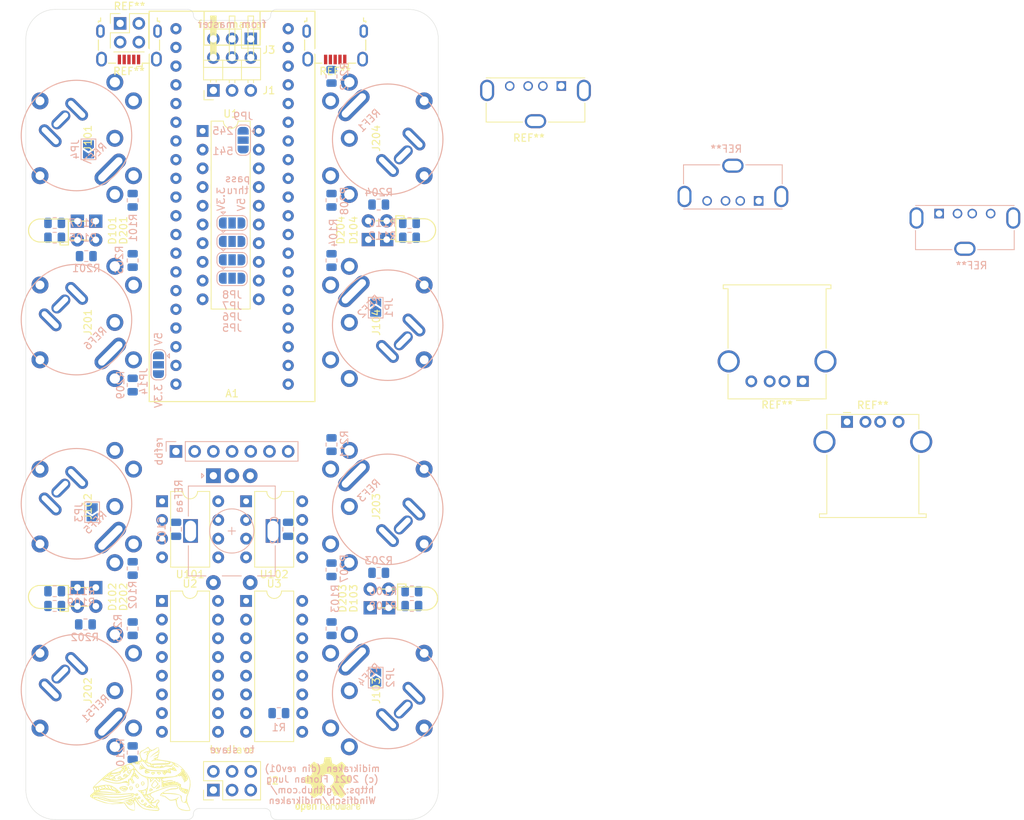
<source format=kicad_pcb>
(kicad_pcb (version 20171130) (host pcbnew 5.1.10)
  (layers (0 F.Cu signal) (31 B.Cu signal) (34 B.Paste user) (35 F.Paste user) (36 B.SilkS user) (37 F.SilkS user) (38 B.Mask user) (39 F.Mask user) (44 Edge.Cuts user))
  (net 0 "")
  (net 1 +5V)
  (net 2 GND)
  (net 3 +3V3)
  (net 4 "Net-(A1-PadPC14)")
  (net 5 "Net-(A1-PadPB5)")
  (net 6 MISO_MIDI)
  (net 7 "Net-(A1-PadPB3)")
  (net 8 "Net-(A1-PadPA10)")
  (net 9 "Net-(A1-PadPA9)")
  (net 10 "Net-(A1-PadPB15)")
  (net 11 "Net-(A1-PadPB14)")
  (net 12 "Net-(A1-PadPB13)")
  (net 13 "Net-(A1-PadPB12)")
  (net 14 VCC)
  (net 15 "Net-(D101-Pad1)")
  (net 16 "Net-(D102-Pad1)")
  (net 17 "Net-(D103-Pad1)")
  (net 18 "Net-(D104-Pad1)")
  (net 19 "Net-(D201-Pad2)")
  (net 20 out0)
  (net 21 "Net-(D202-Pad2)")
  (net 22 out1)
  (net 23 "Net-(D203-Pad2)")
  (net 24 out2)
  (net 25 "Net-(D204-Pad2)")
  (net 26 out3)
  (net 27 MIDI_MISO_CHAIN)
  (net 28 STROBE_MIDI_5)
  (net 29 SCK_MIDI_5)
  (net 30 MIDI_MOSI_CHAIN)
  (net 31 MOSI_MIDI_5)
  (net 32 "Net-(J101-Pad4)")
  (net 33 "Net-(J101-Pad5)")
  (net 34 "Net-(J102-Pad4)")
  (net 35 "Net-(J102-Pad5)")
  (net 36 "Net-(J103-Pad4)")
  (net 37 "Net-(J103-Pad5)")
  (net 38 "Net-(J104-Pad4)")
  (net 39 "Net-(J104-Pad5)")
  (net 40 "Net-(J201-Pad4)")
  (net 41 "Net-(J201-Pad5)")
  (net 42 "Net-(J202-Pad4)")
  (net 43 "Net-(J202-Pad5)")
  (net 44 "Net-(J203-Pad4)")
  (net 45 "Net-(J203-Pad5)")
  (net 46 "Net-(J204-Pad4)")
  (net 47 "Net-(J204-Pad5)")
  (net 48 in3)
  (net 49 in2)
  (net 50 in1)
  (net 51 in0)
  (net 52 "Net-(JP9-Pad2)")
  (net 53 "Net-(R101-Pad1)")
  (net 54 "Net-(R102-Pad1)")
  (net 55 "Net-(R103-Pad1)")
  (net 56 "Net-(R104-Pad1)")
  (net 57 PB9)
  (net 58 PB8)
  (net 59 PB7)
  (net 60 PB6)
  (net 61 "Net-(JP5-Pad3)")
  (net 62 "Net-(JP6-Pad3)")
  (net 63 "Net-(JP7-Pad3)")
  (net 64 "Net-(JP8-Pad3)")
  (module Connector_PinHeader_2.54mm:PinHeader_2x02_P2.54mm_Vertical (layer F.Cu) (at 26.8 6.9)
    (fp_text reference REF** (at 1.27 -2.33) (layer F.SilkS))
    (fp_text value PinHeader_2x02_P2.54mm_Vertical)
    (pad 4 thru_hole oval (at 2.54 2.54) (size 1.7 1.7) (drill 1) (layers *.Cu *.Mask))
    (pad 3 thru_hole oval (at 0 2.54) (size 1.7 1.7) (drill 1) (layers *.Cu *.Mask))
    (pad 2 thru_hole oval (at 2.54 0) (size 1.7 1.7) (drill 1) (layers *.Cu *.Mask))
    (pad 1 thru_hole rect (at 0 0) (size 1.7 1.7) (drill 1) (layers *.Cu *.Mask))
  )
  (module Connector_USB:USB_A_Molex_105057_Vertical (layer F.Cu) (at 86.7 15.4 180)
    (fp_text reference REF** (at 4.4 -7.05) (layer F.SilkS))
    (fp_text value USB_A_Molex_105057_Vertical)
    (pad 5 thru_hole oval (at 3.5 -4.78 270) (size 1.9 2.9) (drill oval 1.3 2.3) (layers *.Cu *.Mask))
    (pad 5 thru_hole oval (at 10.07 -0.6 180) (size 1.9 2.9) (drill oval 1.3 2.3) (layers *.Cu *.Mask))
    (pad 5 thru_hole oval (at -3.07 -0.6) (size 1.9 2.9) (drill oval 1.3 2.3) (layers *.Cu *.Mask))
    (pad 4 thru_hole circle (at 7 0 180) (size 1.3 1.3) (drill 0.9) (layers *.Cu *.Mask))
    (pad 3 thru_hole circle (at 4.5 0 180) (size 1.3 1.3) (drill 0.9) (layers *.Cu *.Mask))
    (pad 2 thru_hole circle (at 2.5 0 180) (size 1.3 1.3) (drill 0.9) (layers *.Cu *.Mask))
    (pad 1 thru_hole rect (at 0 0 180) (size 1.3 1.3) (drill 0.9) (layers *.Cu *.Mask))
  )
  (module Connector_USB:USB_Micro-B_Wuerth_629105150521 (layer F.Cu) (at 56 9.9 180)
    (fp_text reference REF** (at 0 -3.5) (layer F.SilkS))
    (fp_text value USB_Micro-B_Wuerth_629105150521)
    (pad 1 smd rect (at -1.3 -1.9 180) (size 0.45 1.3) (layers F.Cu F.Paste F.Mask))
    (pad 2 smd rect (at -0.65 -1.9 180) (size 0.45 1.3) (layers F.Cu F.Paste F.Mask))
    (pad 3 smd rect (at 0 -1.9 180) (size 0.45 1.3) (layers F.Cu F.Paste F.Mask))
    (pad 4 smd rect (at 0.65 -1.9 180) (size 0.45 1.3) (layers F.Cu F.Paste F.Mask))
    (pad 5 smd rect (at 1.3 -1.9 180) (size 0.45 1.3) (layers F.Cu F.Paste F.Mask))
    (pad 6 thru_hole oval (at -3.725 -1.85 180) (size 1.45 2) (drill oval 0.85 1.4) (layers *.Cu *.Mask))
    (pad 6 thru_hole oval (at 3.725 -1.85 180) (size 1.45 2) (drill oval 0.85 1.4) (layers *.Cu *.Mask))
    (pad 6 thru_hole oval (at -3.875 1.95 180) (size 1.15 1.8) (drill oval 0.55 1.2) (layers *.Cu *.Mask))
    (pad 6 thru_hole oval (at 3.875 1.95 180) (size 1.15 1.8) (drill oval 0.55 1.2) (layers *.Cu *.Mask))
    (pad "" np_thru_hole oval (at -2.5 -0.8 180) (size 0.8 0.8) (drill 0.8) (layers *.Cu *.Mask))
    (pad "" np_thru_hole oval (at 2.5 -0.8 180) (size 0.8 0.8) (drill 0.8) (layers *.Cu *.Mask))
  )
  (module Connector_USB:USB_Micro-B_Wuerth_629105150521 (layer F.Cu) (at 28 9.9 180)
    (fp_text reference REF** (at 0 -3.5) (layer F.SilkS))
    (fp_text value USB_Micro-B_Wuerth_629105150521)
    (pad "" np_thru_hole oval (at 2.5 -0.8 180) (size 0.8 0.8) (drill 0.8) (layers *.Cu *.Mask))
    (pad "" np_thru_hole oval (at -2.5 -0.8 180) (size 0.8 0.8) (drill 0.8) (layers *.Cu *.Mask))
    (pad 6 thru_hole oval (at 3.875 1.95 180) (size 1.15 1.8) (drill oval 0.55 1.2) (layers *.Cu *.Mask))
    (pad 6 thru_hole oval (at -3.875 1.95 180) (size 1.15 1.8) (drill oval 0.55 1.2) (layers *.Cu *.Mask))
    (pad 6 thru_hole oval (at 3.725 -1.85 180) (size 1.45 2) (drill oval 0.85 1.4) (layers *.Cu *.Mask))
    (pad 6 thru_hole oval (at -3.725 -1.85 180) (size 1.45 2) (drill oval 0.85 1.4) (layers *.Cu *.Mask))
    (pad 5 smd rect (at 1.3 -1.9 180) (size 0.45 1.3) (layers F.Cu F.Paste F.Mask))
    (pad 4 smd rect (at 0.65 -1.9 180) (size 0.45 1.3) (layers F.Cu F.Paste F.Mask))
    (pad 3 smd rect (at 0 -1.9 180) (size 0.45 1.3) (layers F.Cu F.Paste F.Mask))
    (pad 2 smd rect (at -0.65 -1.9 180) (size 0.45 1.3) (layers F.Cu F.Paste F.Mask))
    (pad 1 smd rect (at -1.3 -1.9 180) (size 0.45 1.3) (layers F.Cu F.Paste F.Mask))
  )
  (module Connector_USB:USB_A_Molex_105057_Vertical (layer B.Cu) (at 113.5 31 180)
    (fp_text reference REF** (at 4.4 7.05) (layer B.SilkS) (effects (justify mirror)))
    (fp_text value USB_A_Molex_105057_Vertical)
    (pad 5 thru_hole oval (at 3.5 4.78 90) (size 1.9 2.9) (drill oval 1.3 2.3) (layers *.Cu *.Mask))
    (pad 5 thru_hole oval (at 10.07 0.6 180) (size 1.9 2.9) (drill oval 1.3 2.3) (layers *.Cu *.Mask))
    (pad 5 thru_hole oval (at -3.07 0.6) (size 1.9 2.9) (drill oval 1.3 2.3) (layers *.Cu *.Mask))
    (pad 4 thru_hole circle (at 7 0 180) (size 1.3 1.3) (drill 0.9) (layers *.Cu *.Mask))
    (pad 3 thru_hole circle (at 4.5 0 180) (size 1.3 1.3) (drill 0.9) (layers *.Cu *.Mask))
    (pad 2 thru_hole circle (at 2.5 0 180) (size 1.3 1.3) (drill 0.9) (layers *.Cu *.Mask))
    (pad 1 thru_hole rect (at 0 0 180) (size 1.3 1.3) (drill 0.9) (layers *.Cu *.Mask))
  )
  (module Connector_USB:USB_A_Molex_105057_Vertical (layer B.Cu) (at 138 32.72)
    (fp_text reference REF** (at 4.4 7.05) (layer B.SilkS) (effects (justify mirror)))
    (fp_text value USB_A_Molex_105057_Vertical)
    (pad 1 thru_hole rect (at 0 0) (size 1.3 1.3) (drill 0.9) (layers *.Cu *.Mask))
    (pad 2 thru_hole circle (at 2.5 0) (size 1.3 1.3) (drill 0.9) (layers *.Cu *.Mask))
    (pad 3 thru_hole circle (at 4.5 0) (size 1.3 1.3) (drill 0.9) (layers *.Cu *.Mask))
    (pad 4 thru_hole circle (at 7 0) (size 1.3 1.3) (drill 0.9) (layers *.Cu *.Mask))
    (pad 5 thru_hole oval (at -3.07 0.6 180) (size 1.9 2.9) (drill oval 1.3 2.3) (layers *.Cu *.Mask))
    (pad 5 thru_hole oval (at 10.07 0.6) (size 1.9 2.9) (drill oval 1.3 2.3) (layers *.Cu *.Mask))
    (pad 5 thru_hole oval (at 3.5 4.78 270) (size 1.9 2.9) (drill oval 1.3 2.3) (layers *.Cu *.Mask))
  )
  (module Connector_USB:USB_A_Stewart_SS-52100-001_Horizontal (layer F.Cu) (at 125.5 61)
    (fp_text reference REF** (at 3.5 -2.26) (layer F.SilkS))
    (fp_text value USB_A_Stewart_SS-52100-001_Horizontal)
    (pad 4 thru_hole circle (at 7 0) (size 1.6 1.6) (drill 0.92) (layers *.Cu *.Mask))
    (pad 3 thru_hole circle (at 4.5 0) (size 1.6 1.6) (drill 0.92) (layers *.Cu *.Mask))
    (pad 2 thru_hole circle (at 2.5 0) (size 1.6 1.6) (drill 0.92) (layers *.Cu *.Mask))
    (pad 1 thru_hole rect (at 0 0) (size 1.6 1.6) (drill 0.92) (layers *.Cu *.Mask))
    (pad 5 thru_hole circle (at -3.07 2.71) (size 3 3) (drill 2.3) (layers *.Cu *.Mask))
    (pad 5 thru_hole circle (at 10.07 2.71) (size 3 3) (drill 2.3) (layers *.Cu *.Mask))
  )
  (module Connector_USB:USB_A_Molex_67643_Horizontal (layer F.Cu) (at 119.5 55.5 180)
    (fp_text reference REF** (at 3.5 -3.19) (layer F.SilkS))
    (fp_text value USB_A_Molex_67643_Horizontal)
    (pad 4 thru_hole circle (at 7 0 180) (size 1.6 1.6) (drill 0.95) (layers *.Cu *.Mask))
    (pad 3 thru_hole circle (at 4.5 0 180) (size 1.6 1.6) (drill 0.95) (layers *.Cu *.Mask))
    (pad 2 thru_hole circle (at 2.5 0 180) (size 1.6 1.6) (drill 0.95) (layers *.Cu *.Mask))
    (pad 1 thru_hole rect (at 0 0 180) (size 1.6 1.5) (drill 0.95) (layers *.Cu *.Mask))
    (pad 5 thru_hole circle (at 10.07 2.71 180) (size 3 3) (drill 2.3) (layers *.Cu *.Mask))
    (pad 5 thru_hole circle (at -3.07 2.71 180) (size 3 3) (drill 2.3) (layers *.Cu *.Mask))
  )
  (module footprints:din5-frickel (layer B.Cu) (at 18.75 95.25 225)
    (fp_text reference REF51 (at 0 -6.604 225) (layer B.SilkS) (effects (justify mirror)))
    (fp_text value din5-frickel)
    (pad NC thru_hole oval (at 0 -9.5 225) (size 5.25 2) (drill oval 4.25 1) (layers *.Cu *.Mask))
    (pad 4 thru_hole oval (at -2.54 -0.5 225) (size 1.524 3.75) (drill oval 0.762 3) (layers *.Cu *.Mask))
    (pad 5 thru_hole oval (at 2.54 -0.5 225) (size 1.524 3.75) (drill oval 0.762 3) (layers *.Cu *.Mask))
    (pad 2 thru_hole oval (at 0 0 315) (size 1.524 3) (drill oval 0.762 2.5) (layers *.Cu *.Mask))
  )
  (module footprints:din5-frickel (layer B.Cu) (at 18.75 45 225)
    (fp_text reference REF6 (at 0 -6.604 225) (layer B.SilkS) (effects (justify mirror)))
    (fp_text value din5-frickel)
    (pad NC thru_hole oval (at 0 -9.5 225) (size 5.25 2) (drill oval 4.25 1) (layers *.Cu *.Mask))
    (pad 4 thru_hole oval (at -2.54 -0.5 225) (size 1.524 3.75) (drill oval 0.762 3) (layers *.Cu *.Mask))
    (pad 5 thru_hole oval (at 2.54 -0.5 225) (size 1.524 3.75) (drill oval 0.762 3) (layers *.Cu *.Mask))
    (pad 2 thru_hole oval (at 0 0 315) (size 1.524 3) (drill oval 0.762 2.5) (layers *.Cu *.Mask))
  )
  (module footprints:din5-frickel (layer B.Cu) (at 18.75 70 225)
    (fp_text reference REF5 (at 0 -6.604 225) (layer B.SilkS) (effects (justify mirror)))
    (fp_text value din5-frickel)
    (pad 2 thru_hole oval (at 0 0 315) (size 1.524 3) (drill oval 0.762 2.5) (layers *.Cu *.Mask))
    (pad 5 thru_hole oval (at 2.54 -0.5 225) (size 1.524 3.75) (drill oval 0.762 3) (layers *.Cu *.Mask))
    (pad 4 thru_hole oval (at -2.54 -0.5 225) (size 1.524 3.75) (drill oval 0.762 3) (layers *.Cu *.Mask))
    (pad NC thru_hole oval (at 0 -9.5 225) (size 5.25 2) (drill oval 4.25 1) (layers *.Cu *.Mask))
  )
  (module footprints:din5-frickel (layer B.Cu) (at 18.75 20 225)
    (fp_text reference REF7 (at 0 -6.604 225) (layer B.SilkS) (effects (justify mirror)))
    (fp_text value din5-frickel)
    (pad 2 thru_hole oval (at 0 0 315) (size 1.524 3) (drill oval 0.762 2.5) (layers *.Cu *.Mask))
    (pad 5 thru_hole oval (at 2.54 -0.5 225) (size 1.524 3.75) (drill oval 0.762 3) (layers *.Cu *.Mask))
    (pad 4 thru_hole oval (at -2.54 -0.5 225) (size 1.524 3.75) (drill oval 0.762 3) (layers *.Cu *.Mask))
    (pad NC thru_hole oval (at 0 -9.5 225) (size 5.25 2) (drill oval 4.25 1) (layers *.Cu *.Mask))
  )
  (module footprints:din5-frickel (layer B.Cu) (at 65.25 100 45)
    (fp_text reference REF4 (at 0 -6.604 225) (layer B.SilkS) (effects (justify mirror)))
    (fp_text value din5-frickel)
    (pad NC thru_hole oval (at 0 -9.5 45) (size 5.25 2) (drill oval 4.25 1) (layers *.Cu *.Mask))
    (pad 4 thru_hole oval (at -2.54 -0.5 45) (size 1.524 3.75) (drill oval 0.762 3) (layers *.Cu *.Mask))
    (pad 5 thru_hole oval (at 2.54 -0.5 45) (size 1.524 3.75) (drill oval 0.762 3) (layers *.Cu *.Mask))
    (pad 2 thru_hole oval (at 0 0 135) (size 1.524 3) (drill oval 0.762 2.5) (layers *.Cu *.Mask))
  )
  (module footprints:din5-frickel (layer B.Cu) (at 65.25 75 45)
    (fp_text reference REF3 (at 0 -6.604 225) (layer B.SilkS) (effects (justify mirror)))
    (fp_text value din5-frickel)
    (pad 2 thru_hole oval (at 0 0 135) (size 1.524 3) (drill oval 0.762 2.5) (layers *.Cu *.Mask))
    (pad 5 thru_hole oval (at 2.54 -0.5 45) (size 1.524 3.75) (drill oval 0.762 3) (layers *.Cu *.Mask))
    (pad 4 thru_hole oval (at -2.54 -0.5 45) (size 1.524 3.75) (drill oval 0.762 3) (layers *.Cu *.Mask))
    (pad NC thru_hole oval (at 0 -9.5 45) (size 5.25 2) (drill oval 4.25 1) (layers *.Cu *.Mask))
  )
  (module footprints:din5-frickel (layer B.Cu) (at 65.25 50 45)
    (fp_text reference REF2 (at 0 -6.604 225) (layer B.SilkS) (effects (justify mirror)))
    (fp_text value din5-frickel)
    (pad NC thru_hole oval (at 0 -9.5 45) (size 5.25 2) (drill oval 4.25 1) (layers *.Cu *.Mask))
    (pad 4 thru_hole oval (at -2.54 -0.5 45) (size 1.524 3.75) (drill oval 0.762 3) (layers *.Cu *.Mask))
    (pad 5 thru_hole oval (at 2.54 -0.5 45) (size 1.524 3.75) (drill oval 0.762 3) (layers *.Cu *.Mask))
    (pad 2 thru_hole oval (at 0 0 135) (size 1.524 3) (drill oval 0.762 2.5) (layers *.Cu *.Mask))
  )
  (module Rotary_Encoder:RotaryEncoder_Alps_EC11E-Switch_Vertical_H20mm (layer B.Cu) (at 39.46 68.316 270)
    (fp_text reference REFaa (at 2.8 4.7 270) (layer B.SilkS) (effects (justify mirror)))
    (fp_text value RotaryEncoder_Alps_EC11E-Switch_Vertical_H20mm)
    (pad A thru_hole rect (at 0 0 270) (size 2 2) (drill 1) (layers *.Cu *.Mask))
    (pad C thru_hole circle (at 0 -2.5 270) (size 2 2) (drill 1) (layers *.Cu *.Mask))
    (pad B thru_hole circle (at 0 -5 270) (size 2 2) (drill 1) (layers *.Cu *.Mask))
    (pad MP thru_hole rect (at 7.5 3.1 270) (size 3.2 2) (drill oval 2.8 1.5) (layers *.Cu *.Mask))
    (pad MP thru_hole rect (at 7.5 -8.1 270) (size 3.2 2) (drill oval 2.8 1.5) (layers *.Cu *.Mask))
    (pad S2 thru_hole circle (at 14.5 0 270) (size 2 2) (drill 1) (layers *.Cu *.Mask))
    (pad S1 thru_hole circle (at 14.5 -5 270) (size 2 2) (drill 1) (layers *.Cu *.Mask))
  )
  (module Connector_PinHeader_2.54mm:PinHeader_1x07_P2.54mm_Vertical (layer B.Cu) (at 34.38 65.014 270)
    (fp_text reference refbb (at 0 2.33 270) (layer B.SilkS) (effects (justify mirror)))
    (fp_text value PinHeader_1x07_P2.54mm_Vertical)
    (pad 7 thru_hole oval (at 0 -15.24 270) (size 1.7 1.7) (drill 1) (layers *.Cu *.Mask))
    (pad 6 thru_hole oval (at 0 -12.7 270) (size 1.7 1.7) (drill 1) (layers *.Cu *.Mask))
    (pad 5 thru_hole oval (at 0 -10.16 270) (size 1.7 1.7) (drill 1) (layers *.Cu *.Mask))
    (pad 4 thru_hole oval (at 0 -7.62 270) (size 1.7 1.7) (drill 1) (layers *.Cu *.Mask))
    (pad 3 thru_hole oval (at 0 -5.08 270) (size 1.7 1.7) (drill 1) (layers *.Cu *.Mask))
    (pad 2 thru_hole oval (at 0 -2.54 270) (size 1.7 1.7) (drill 1) (layers *.Cu *.Mask))
    (pad 1 thru_hole rect (at 0 0 270) (size 1.7 1.7) (drill 1) (layers *.Cu *.Mask))
  )
  (module footprints:din5-frickel (layer B.Cu) (at 65.25 24.75 45)
    (fp_text reference REF1 (at 0 -6.604 225) (layer B.SilkS) (effects (justify mirror)))
    (fp_text value din5-frickel)
    (pad 2 thru_hole oval (at 0 0 135) (size 1.524 3) (drill oval 0.762 2.5) (layers *.Cu *.Mask))
    (pad 5 thru_hole oval (at 2.54 -0.5 45) (size 1.524 3.75) (drill oval 0.762 3) (layers *.Cu *.Mask))
    (pad 4 thru_hole oval (at -2.54 -0.5 45) (size 1.524 3.75) (drill oval 0.762 3) (layers *.Cu *.Mask))
    (pad NC thru_hole oval (at 0 -9.5 45) (size 5.25 2) (drill oval 4.25 1) (layers *.Cu *.Mask))
  )
  (module footprints:DIN5 (layer F.Cu) (at 63 22.5 270)
    (fp_text reference J204 (at 0 1.42 90) (layer F.SilkS))
    (fp_text value DIN-5_180degree)
    (pad "" thru_hole circle (at -5.08 -5.08 270) (size 2.3 2.3) (drill 1.2) (layers *.Cu *.Mask))
    (pad "" thru_hole circle (at 5.08 -5.08 270) (size 2.3 2.3) (drill 1.2) (layers *.Cu *.Mask))
    (pad 1 thru_hole circle (at -7.62 5.08 270) (size 2.3 2.3) (drill 1.4) (layers *.Cu *.Mask))
    (pad 4 thru_hole circle (at -5.08 7.62 270) (size 2.3 2.3) (drill 1.4) (layers *.Cu *.Mask) (net 46 "Net-(J204-Pad4)"))
    (pad 3 thru_hole circle (at 7.62 5.08 270) (size 2.3 2.3) (drill 1.4) (layers *.Cu *.Mask))
    (pad 5 thru_hole circle (at 5.08 7.62 270) (size 2.3 2.3) (drill 1.4) (layers *.Cu *.Mask) (net 47 "Net-(J204-Pad5)"))
    (pad 2 thru_hole circle (at 0 5.08 270) (size 2.3 2.3) (drill 1.4) (layers *.Cu *.Mask) (net 2 GND))
  )
  (module footprints:DIN5 (layer F.Cu) (at 63 72.5 270)
    (fp_text reference J203 (at 0 1.42 90) (layer F.SilkS))
    (fp_text value DIN-5_180degree)
    (pad "" thru_hole circle (at -5.08 -5.08 270) (size 2.3 2.3) (drill 1.2) (layers *.Cu *.Mask))
    (pad "" thru_hole circle (at 5.08 -5.08 270) (size 2.3 2.3) (drill 1.2) (layers *.Cu *.Mask))
    (pad 1 thru_hole circle (at -7.62 5.08 270) (size 2.3 2.3) (drill 1.4) (layers *.Cu *.Mask))
    (pad 4 thru_hole circle (at -5.08 7.62 270) (size 2.3 2.3) (drill 1.4) (layers *.Cu *.Mask) (net 44 "Net-(J203-Pad4)"))
    (pad 3 thru_hole circle (at 7.62 5.08 270) (size 2.3 2.3) (drill 1.4) (layers *.Cu *.Mask))
    (pad 5 thru_hole circle (at 5.08 7.62 270) (size 2.3 2.3) (drill 1.4) (layers *.Cu *.Mask) (net 45 "Net-(J203-Pad5)"))
    (pad 2 thru_hole circle (at 0 5.08 270) (size 2.3 2.3) (drill 1.4) (layers *.Cu *.Mask) (net 2 GND))
  )
  (module footprints:DIN5 (layer F.Cu) (at 21 97.5 90)
    (fp_text reference J202 (at 0 1.42 90) (layer F.SilkS))
    (fp_text value DIN-5_180degree)
    (pad "" thru_hole circle (at -5.08 -5.08 90) (size 2.3 2.3) (drill 1.2) (layers *.Cu *.Mask))
    (pad "" thru_hole circle (at 5.08 -5.08 90) (size 2.3 2.3) (drill 1.2) (layers *.Cu *.Mask))
    (pad 1 thru_hole circle (at -7.62 5.08 90) (size 2.3 2.3) (drill 1.4) (layers *.Cu *.Mask))
    (pad 4 thru_hole circle (at -5.08 7.62 90) (size 2.3 2.3) (drill 1.4) (layers *.Cu *.Mask) (net 42 "Net-(J202-Pad4)"))
    (pad 3 thru_hole circle (at 7.62 5.08 90) (size 2.3 2.3) (drill 1.4) (layers *.Cu *.Mask))
    (pad 5 thru_hole circle (at 5.08 7.62 90) (size 2.3 2.3) (drill 1.4) (layers *.Cu *.Mask) (net 43 "Net-(J202-Pad5)"))
    (pad 2 thru_hole circle (at 0 5.08 90) (size 2.3 2.3) (drill 1.4) (layers *.Cu *.Mask) (net 2 GND))
  )
  (module footprints:DIN5 (layer F.Cu) (at 21 47.5 90)
    (fp_text reference J201 (at 0 1.42 90) (layer F.SilkS))
    (fp_text value DIN-5_180degree)
    (pad "" thru_hole circle (at -5.08 -5.08 90) (size 2.3 2.3) (drill 1.2) (layers *.Cu *.Mask))
    (pad "" thru_hole circle (at 5.08 -5.08 90) (size 2.3 2.3) (drill 1.2) (layers *.Cu *.Mask))
    (pad 1 thru_hole circle (at -7.62 5.08 90) (size 2.3 2.3) (drill 1.4) (layers *.Cu *.Mask))
    (pad 4 thru_hole circle (at -5.08 7.62 90) (size 2.3 2.3) (drill 1.4) (layers *.Cu *.Mask) (net 40 "Net-(J201-Pad4)"))
    (pad 3 thru_hole circle (at 7.62 5.08 90) (size 2.3 2.3) (drill 1.4) (layers *.Cu *.Mask))
    (pad 5 thru_hole circle (at 5.08 7.62 90) (size 2.3 2.3) (drill 1.4) (layers *.Cu *.Mask) (net 41 "Net-(J201-Pad5)"))
    (pad 2 thru_hole circle (at 0 5.08 90) (size 2.3 2.3) (drill 1.4) (layers *.Cu *.Mask) (net 2 GND))
  )
  (module footprints:DIN5 (layer F.Cu) (at 63 47.5 270)
    (fp_text reference J104 (at 0 1.42 90) (layer F.SilkS))
    (fp_text value DIN-5_180degree)
    (pad "" thru_hole circle (at -5.08 -5.08 270) (size 2.3 2.3) (drill 1.2) (layers *.Cu *.Mask))
    (pad "" thru_hole circle (at 5.08 -5.08 270) (size 2.3 2.3) (drill 1.2) (layers *.Cu *.Mask))
    (pad 1 thru_hole circle (at -7.62 5.08 270) (size 2.3 2.3) (drill 1.4) (layers *.Cu *.Mask))
    (pad 4 thru_hole circle (at -5.08 7.62 270) (size 2.3 2.3) (drill 1.4) (layers *.Cu *.Mask) (net 38 "Net-(J104-Pad4)"))
    (pad 3 thru_hole circle (at 7.62 5.08 270) (size 2.3 2.3) (drill 1.4) (layers *.Cu *.Mask))
    (pad 5 thru_hole circle (at 5.08 7.62 270) (size 2.3 2.3) (drill 1.4) (layers *.Cu *.Mask) (net 39 "Net-(J104-Pad5)"))
    (pad 2 thru_hole circle (at 0 5.08 270) (size 2.3 2.3) (drill 1.4) (layers *.Cu *.Mask))
  )
  (module footprints:DIN5 (layer F.Cu) (at 63 97.5 270)
    (fp_text reference J103 (at 0 1.42 90) (layer F.SilkS))
    (fp_text value DIN-5_180degree)
    (pad "" thru_hole circle (at -5.08 -5.08 270) (size 2.3 2.3) (drill 1.2) (layers *.Cu *.Mask))
    (pad "" thru_hole circle (at 5.08 -5.08 270) (size 2.3 2.3) (drill 1.2) (layers *.Cu *.Mask))
    (pad 1 thru_hole circle (at -7.62 5.08 270) (size 2.3 2.3) (drill 1.4) (layers *.Cu *.Mask))
    (pad 4 thru_hole circle (at -5.08 7.62 270) (size 2.3 2.3) (drill 1.4) (layers *.Cu *.Mask) (net 36 "Net-(J103-Pad4)"))
    (pad 3 thru_hole circle (at 7.62 5.08 270) (size 2.3 2.3) (drill 1.4) (layers *.Cu *.Mask))
    (pad 5 thru_hole circle (at 5.08 7.62 270) (size 2.3 2.3) (drill 1.4) (layers *.Cu *.Mask) (net 37 "Net-(J103-Pad5)"))
    (pad 2 thru_hole circle (at 0 5.08 270) (size 2.3 2.3) (drill 1.4) (layers *.Cu *.Mask))
  )
  (module footprints:DIN5 (layer F.Cu) (at 21 72.5 90)
    (fp_text reference J102 (at 0 1.42 90) (layer F.SilkS))
    (fp_text value DIN-5_180degree)
    (pad "" thru_hole circle (at -5.08 -5.08 90) (size 2.3 2.3) (drill 1.2) (layers *.Cu *.Mask))
    (pad "" thru_hole circle (at 5.08 -5.08 90) (size 2.3 2.3) (drill 1.2) (layers *.Cu *.Mask))
    (pad 1 thru_hole circle (at -7.62 5.08 90) (size 2.3 2.3) (drill 1.4) (layers *.Cu *.Mask))
    (pad 4 thru_hole circle (at -5.08 7.62 90) (size 2.3 2.3) (drill 1.4) (layers *.Cu *.Mask) (net 34 "Net-(J102-Pad4)"))
    (pad 3 thru_hole circle (at 7.62 5.08 90) (size 2.3 2.3) (drill 1.4) (layers *.Cu *.Mask))
    (pad 5 thru_hole circle (at 5.08 7.62 90) (size 2.3 2.3) (drill 1.4) (layers *.Cu *.Mask) (net 35 "Net-(J102-Pad5)"))
    (pad 2 thru_hole circle (at 0 5.08 90) (size 2.3 2.3) (drill 1.4) (layers *.Cu *.Mask))
  )
  (module footprints:DIN5 (layer F.Cu) (at 21 22.5 90)
    (fp_text reference J101 (at 0 1.42 90) (layer F.SilkS))
    (fp_text value DIN-5_180degree)
    (pad "" thru_hole circle (at -5.08 -5.08 90) (size 2.3 2.3) (drill 1.2) (layers *.Cu *.Mask))
    (pad "" thru_hole circle (at 5.08 -5.08 90) (size 2.3 2.3) (drill 1.2) (layers *.Cu *.Mask))
    (pad 1 thru_hole circle (at -7.62 5.08 90) (size 2.3 2.3) (drill 1.4) (layers *.Cu *.Mask))
    (pad 4 thru_hole circle (at -5.08 7.62 90) (size 2.3 2.3) (drill 1.4) (layers *.Cu *.Mask) (net 32 "Net-(J101-Pad4)"))
    (pad 3 thru_hole circle (at 7.62 5.08 90) (size 2.3 2.3) (drill 1.4) (layers *.Cu *.Mask))
    (pad 5 thru_hole circle (at 5.08 7.62 90) (size 2.3 2.3) (drill 1.4) (layers *.Cu *.Mask) (net 33 "Net-(J101-Pad5)"))
    (pad 2 thru_hole circle (at 0 5.08 90) (size 2.3 2.3) (drill 1.4) (layers *.Cu *.Mask))
  )
  (module footprints:BLUEPILL-blackpill (layer F.Cu) (at 42 31.75)
    (fp_text reference A1 (at 0 25.4) (layer F.SilkS))
    (fp_text value BluePill)
    (pad 5V thru_hole circle (at -7.62 19.05) (size 1.524 1.524) (drill 0.762) (layers *.Cu *.Mask) (net 1 +5V))
    (pad NC thru_hole circle (at 7.62 -24.13) (size 1.524 1.524) (drill 0.762) (layers *.Cu *.Mask))
    (pad G thru_hole circle (at 7.62 -21.59) (size 1.524 1.524) (drill 0.762) (layers *.Cu *.Mask) (net 2 GND))
    (pad 3V3 thru_hole circle (at 7.62 -19.05) (size 1.524 1.524) (drill 0.762) (layers *.Cu *.Mask) (net 3 +3V3))
    (pad NRST thru_hole circle (at 7.62 -16.51) (size 1.524 1.524) (drill 0.762) (layers *.Cu *.Mask))
    (pad PB11 thru_hole circle (at 7.62 -13.97) (size 1.524 1.524) (drill 0.762) (layers *.Cu *.Mask))
    (pad PB10 thru_hole circle (at 7.62 -11.43) (size 1.524 1.524) (drill 0.762) (layers *.Cu *.Mask))
    (pad PB1 thru_hole circle (at 7.62 -8.89) (size 1.524 1.524) (drill 0.762) (layers *.Cu *.Mask))
    (pad PB0 thru_hole circle (at 7.62 -6.35) (size 1.524 1.524) (drill 0.762) (layers *.Cu *.Mask))
    (pad PA7 thru_hole circle (at 7.62 -3.81) (size 1.524 1.524) (drill 0.762) (layers *.Cu *.Mask))
    (pad PA6 thru_hole circle (at 7.62 -1.27) (size 1.524 1.524) (drill 0.762) (layers *.Cu *.Mask))
    (pad PA5 thru_hole circle (at 7.62 1.27) (size 1.524 1.524) (drill 0.762) (layers *.Cu *.Mask))
    (pad PA4 thru_hole circle (at 7.62 3.81) (size 1.524 1.524) (drill 0.762) (layers *.Cu *.Mask))
    (pad PA3 thru_hole circle (at 7.62 6.35) (size 1.524 1.524) (drill 0.762) (layers *.Cu *.Mask))
    (pad PA2 thru_hole circle (at 7.62 8.89) (size 1.524 1.524) (drill 0.762) (layers *.Cu *.Mask))
    (pad PA1 thru_hole circle (at 7.62 11.43) (size 1.524 1.524) (drill 0.762) (layers *.Cu *.Mask))
    (pad PA0 thru_hole circle (at 7.62 13.97) (size 1.524 1.524) (drill 0.762) (layers *.Cu *.Mask))
    (pad PC15 thru_hole circle (at 7.62 16.51) (size 1.524 1.524) (drill 0.762) (layers *.Cu *.Mask))
    (pad PC14 thru_hole circle (at 7.62 19.05) (size 1.524 1.524) (drill 0.762) (layers *.Cu *.Mask) (net 4 "Net-(A1-PadPC14)"))
    (pad PC13 thru_hole circle (at 7.62 21.59) (size 1.524 1.524) (drill 0.762) (layers *.Cu *.Mask))
    (pad VBAT thru_hole circle (at 7.62 24.13) (size 1.524 1.524) (drill 0.762) (layers *.Cu *.Mask))
    (pad 3V3 thru_hole circle (at -7.62 24.13) (size 1.524 1.524) (drill 0.762) (layers *.Cu *.Mask) (net 3 +3V3))
    (pad G thru_hole circle (at -7.62 21.59) (size 1.524 1.524) (drill 0.762) (layers *.Cu *.Mask) (net 2 GND))
    (pad PB9 thru_hole circle (at -7.62 16.51) (size 1.524 1.524) (drill 0.762) (layers *.Cu *.Mask) (net 57 PB9))
    (pad PB8 thru_hole circle (at -7.62 13.97) (size 1.524 1.524) (drill 0.762) (layers *.Cu *.Mask) (net 58 PB8))
    (pad PB7 thru_hole circle (at -7.62 11.43) (size 1.524 1.524) (drill 0.762) (layers *.Cu *.Mask) (net 59 PB7))
    (pad PB6 thru_hole circle (at -7.62 8.89) (size 1.524 1.524) (drill 0.762) (layers *.Cu *.Mask) (net 60 PB6))
    (pad PB5 thru_hole circle (at -7.62 6.35) (size 1.524 1.524) (drill 0.762) (layers *.Cu *.Mask) (net 5 "Net-(A1-PadPB5)"))
    (pad PB4 thru_hole circle (at -7.62 3.81) (size 1.524 1.524) (drill 0.762) (layers *.Cu *.Mask) (net 6 MISO_MIDI))
    (pad PB3 thru_hole circle (at -7.62 1.27) (size 1.524 1.524) (drill 0.762) (layers *.Cu *.Mask) (net 7 "Net-(A1-PadPB3)"))
    (pad PA15 thru_hole circle (at -7.62 -1.27) (size 1.524 1.524) (drill 0.762) (layers *.Cu *.Mask))
    (pad PA12 thru_hole circle (at -7.62 -3.81) (size 1.524 1.524) (drill 0.762) (layers *.Cu *.Mask))
    (pad PA11 thru_hole circle (at -7.62 -6.35) (size 1.524 1.524) (drill 0.762) (layers *.Cu *.Mask))
    (pad PA10 thru_hole circle (at -7.62 -8.89) (size 1.524 1.524) (drill 0.762) (layers *.Cu *.Mask) (net 8 "Net-(A1-PadPA10)"))
    (pad PA9 thru_hole circle (at -7.62 -11.43) (size 1.524 1.524) (drill 0.762) (layers *.Cu *.Mask) (net 9 "Net-(A1-PadPA9)"))
    (pad PA8 thru_hole circle (at -7.62 -13.97) (size 1.524 1.524) (drill 0.762) (layers *.Cu *.Mask))
    (pad PB15 thru_hole circle (at -7.62 -16.51) (size 1.524 1.524) (drill 0.762) (layers *.Cu *.Mask) (net 10 "Net-(A1-PadPB15)"))
    (pad PB14 thru_hole circle (at -7.62 -19.05) (size 1.524 1.524) (drill 0.762) (layers *.Cu *.Mask) (net 11 "Net-(A1-PadPB14)"))
    (pad PB13 thru_hole circle (at -7.62 -21.59) (size 1.524 1.524) (drill 0.762) (layers *.Cu *.Mask) (net 12 "Net-(A1-PadPB13)"))
    (pad PB12 thru_hole circle (at -7.62 -24.13) (size 1.524 1.524) (drill 0.762) (layers *.Cu *.Mask) (net 13 "Net-(A1-PadPB12)"))
  )
  (module LED_THT:LED_D3.0mm_Horizontal_O1.27mm_Z2.0mm (layer F.Cu) (at 63 36.25 90)
    (fp_text reference D104 (at 1.27 -4.5 90) (layer F.SilkS))
    (fp_text value LED)
    (pad 2 thru_hole circle (at 2.54 0 90) (size 1.8 1.8) (drill 0.9) (layers *.Cu *.Mask) (net 14 VCC))
    (pad 1 thru_hole rect (at 0 0 90) (size 1.8 1.8) (drill 0.9) (layers *.Cu *.Mask) (net 18 "Net-(D104-Pad1)"))
  )
  (module windfisch:windfisch_smaller (layer F.Cu) (at 29.5 109.5)
    (fp_text reference wf hide)
    (fp_text value LOGO hide)
  )
  (module Symbol:OSHW-Logo2_9.8x8mm_SilkScreen (layer F.Cu) (at 55 110.25)
    (fp_text reference oh hide)
    (fp_text value OSHW-Logo2_9.8x8mm_SilkScreen hide)
  )
  (module Jumper:SolderJumper-3_P1.3mm_Open_RoundedPad1.0x1.5mm (layer B.Cu) (at 32 53.25 270)
    (fp_text reference JP14 (at 2.25 2 90) (layer B.SilkS) (effects (justify mirror)))
    (fp_text value SolderJumper_3_Bridged12)
    (pad 2 smd rect (at 0 0 270) (size 1 1.5) (layers B.Cu B.Mask) (net 14 VCC))
    (pad 3 smd custom (at 1.3 0 270) (size 1 0.5) (layers B.Cu B.Mask) (net 3 +3V3) (options (clearance outline) (anchor rect)) (primitives (gr_circle (center 0 -0.25) (end 0.5 -0.25) (width 0)) (gr_circle (center 0 0.25) (end 0.5 0.25) (width 0)) (gr_poly (pts (xy -0.55 0.75) (xy 0 0.75) (xy 0 -0.75) (xy -0.55 -0.75)) (width 0))))
    (pad 1 smd custom (at -1.3 0 270) (size 1 0.5) (layers B.Cu B.Mask) (net 1 +5V) (options (clearance outline) (anchor rect)) (primitives (gr_circle (center 0 -0.25) (end 0.5 -0.25) (width 0)) (gr_circle (center 0 0.25) (end 0.5 0.25) (width 0)) (gr_poly (pts (xy 0.55 0.75) (xy 0 0.75) (xy 0 -0.75) (xy 0.55 -0.75)) (width 0))))
  )
  (module Jumper:SolderJumper-3_P1.3mm_Open_RoundedPad1.0x1.5mm (layer B.Cu) (at 43.5 22.75 270)
    (fp_text reference JP9 (at -3.25 0 180) (layer B.SilkS) (effects (justify mirror)))
    (fp_text value SolderJumper_3_Bridged12)
    (pad 2 smd rect (at 0 0 270) (size 1 1.5) (layers B.Cu B.Mask) (net 52 "Net-(JP9-Pad2)"))
    (pad 3 smd custom (at 1.3 0 270) (size 1 0.5) (layers B.Cu B.Mask) (net 2 GND) (options (clearance outline) (anchor rect)) (primitives (gr_circle (center 0 -0.25) (end 0.5 -0.25) (width 0)) (gr_circle (center 0 0.25) (end 0.5 0.25) (width 0)) (gr_poly (pts (xy -0.55 0.75) (xy 0 0.75) (xy 0 -0.75) (xy -0.55 -0.75)) (width 0))))
    (pad 1 smd custom (at -1.3 0 270) (size 1 0.5) (layers B.Cu B.Mask) (net 14 VCC) (options (clearance outline) (anchor rect)) (primitives (gr_circle (center 0 -0.25) (end 0.5 -0.25) (width 0)) (gr_circle (center 0 0.25) (end 0.5 0.25) (width 0)) (gr_poly (pts (xy 0.55 0.75) (xy 0 0.75) (xy 0 -0.75) (xy 0.55 -0.75)) (width 0))))
  )
  (module Connector_PinHeader_2.54mm:PinHeader_1x03_P2.54mm_Horizontal (layer F.Cu) (at 39.46 16 90)
    (fp_text reference J1 (at 0 7.54 180) (layer F.SilkS))
    (fp_text value Conn_01x03_Male)
    (pad 3 thru_hole oval (at 0 5.08 90) (size 1.7 1.7) (drill 1) (layers *.Cu *.Mask) (net 2 GND))
    (pad 2 thru_hole oval (at 0 2.54 90) (size 1.7 1.7) (drill 1) (layers *.Cu *.Mask) (net 9 "Net-(A1-PadPA9)"))
    (pad 1 thru_hole rect (at 0 0 90) (size 1.7 1.7) (drill 1) (layers *.Cu *.Mask) (net 8 "Net-(A1-PadPA10)"))
  )
  (module MountingHole:MountingHole_3.2mm_M3_DIN965 (layer F.Cu) (at 64.5 112)
    (fp_text reference hole3 hide)
    (fp_text value MountingHole_3.2mm_M3_DIN965)
    (pad 1 np_thru_hole circle (at 0 0) (size 3.2 3.2) (drill 3.2) (layers *.Cu *.Mask))
  )
  (module MountingHole:MountingHole_3.2mm_M3_DIN965 (layer F.Cu) (at 19.5 112)
    (fp_text reference hole4 hide)
    (fp_text value MountingHole_3.2mm_M3_DIN965)
    (pad 1 np_thru_hole circle (at 0 0) (size 3.2 3.2) (drill 3.2) (layers *.Cu *.Mask))
  )
  (module MountingHole:MountingHole_3.2mm_M3_DIN965 (layer F.Cu) (at 64.5 8)
    (fp_text reference hole2 hide)
    (fp_text value MountingHole_3.2mm_M3_DIN965)
    (pad 1 np_thru_hole circle (at 0 0) (size 3.2 3.2) (drill 3.2) (layers *.Cu *.Mask))
  )
  (module MountingHole:MountingHole_3.2mm_M3_DIN965 (layer F.Cu) (at 19.5 8)
    (fp_text reference hole1 hide)
    (fp_text value MountingHole_3.2mm_M3_DIN965)
    (pad 1 np_thru_hole circle (at 0 0) (size 3.2 3.2) (drill 3.2) (layers *.Cu *.Mask))
  )
  (module Jumper:SolderJumper-3_P1.3mm_Open_RoundedPad1.0x1.5mm (layer B.Cu) (at 42 34)
    (fp_text reference JP8 (at 0 9.75) (layer B.SilkS) (effects (justify mirror)))
    (fp_text value SolderJumper_3_Open)
    (pad 2 smd rect (at 0 0) (size 1 1.5) (layers B.Cu B.Mask) (net 26 out3))
    (pad 3 smd custom (at 1.3 0) (size 1 0.5) (layers B.Cu B.Mask) (net 64 "Net-(JP8-Pad3)") (options (clearance outline) (anchor rect)) (primitives (gr_circle (center 0 -0.25) (end 0.5 -0.25) (width 0)) (gr_circle (center 0 0.25) (end 0.5 0.25) (width 0)) (gr_poly (pts (xy -0.55 0.75) (xy 0 0.75) (xy 0 -0.75) (xy -0.55 -0.75)) (width 0))))
    (pad 1 smd custom (at -1.3 0) (size 1 0.5) (layers B.Cu B.Mask) (net 57 PB9) (options (clearance outline) (anchor rect)) (primitives (gr_circle (center 0 -0.25) (end 0.5 -0.25) (width 0)) (gr_circle (center 0 0.25) (end 0.5 0.25) (width 0)) (gr_poly (pts (xy 0.55 0.75) (xy 0 0.75) (xy 0 -0.75) (xy 0.55 -0.75)) (width 0))))
  )
  (module Jumper:SolderJumper-3_P1.3mm_Open_RoundedPad1.0x1.5mm (layer B.Cu) (at 42 36.5)
    (fp_text reference JP7 (at 0 8.75) (layer B.SilkS) (effects (justify mirror)))
    (fp_text value SolderJumper_3_Open)
    (pad 2 smd rect (at 0 0) (size 1 1.5) (layers B.Cu B.Mask) (net 24 out2))
    (pad 3 smd custom (at 1.3 0) (size 1 0.5) (layers B.Cu B.Mask) (net 63 "Net-(JP7-Pad3)") (options (clearance outline) (anchor rect)) (primitives (gr_circle (center 0 -0.25) (end 0.5 -0.25) (width 0)) (gr_circle (center 0 0.25) (end 0.5 0.25) (width 0)) (gr_poly (pts (xy -0.55 0.75) (xy 0 0.75) (xy 0 -0.75) (xy -0.55 -0.75)) (width 0))))
    (pad 1 smd custom (at -1.3 0) (size 1 0.5) (layers B.Cu B.Mask) (net 58 PB8) (options (clearance outline) (anchor rect)) (primitives (gr_circle (center 0 -0.25) (end 0.5 -0.25) (width 0)) (gr_circle (center 0 0.25) (end 0.5 0.25) (width 0)) (gr_poly (pts (xy 0.55 0.75) (xy 0 0.75) (xy 0 -0.75) (xy 0.55 -0.75)) (width 0))))
  )
  (module Jumper:SolderJumper-3_P1.3mm_Open_RoundedPad1.0x1.5mm (layer B.Cu) (at 42 39)
    (fp_text reference JP6 (at 0 7.75) (layer B.SilkS) (effects (justify mirror)))
    (fp_text value SolderJumper_3_Open)
    (pad 2 smd rect (at 0 0) (size 1 1.5) (layers B.Cu B.Mask) (net 22 out1))
    (pad 3 smd custom (at 1.3 0) (size 1 0.5) (layers B.Cu B.Mask) (net 62 "Net-(JP6-Pad3)") (options (clearance outline) (anchor rect)) (primitives (gr_circle (center 0 -0.25) (end 0.5 -0.25) (width 0)) (gr_circle (center 0 0.25) (end 0.5 0.25) (width 0)) (gr_poly (pts (xy -0.55 0.75) (xy 0 0.75) (xy 0 -0.75) (xy -0.55 -0.75)) (width 0))))
    (pad 1 smd custom (at -1.3 0) (size 1 0.5) (layers B.Cu B.Mask) (net 59 PB7) (options (clearance outline) (anchor rect)) (primitives (gr_circle (center 0 -0.25) (end 0.5 -0.25) (width 0)) (gr_circle (center 0 0.25) (end 0.5 0.25) (width 0)) (gr_poly (pts (xy 0.55 0.75) (xy 0 0.75) (xy 0 -0.75) (xy 0.55 -0.75)) (width 0))))
  )
  (module Jumper:SolderJumper-3_P1.3mm_Open_RoundedPad1.0x1.5mm (layer B.Cu) (at 42 41.5)
    (fp_text reference JP5 (at 0 6.75) (layer B.SilkS) (effects (justify mirror)))
    (fp_text value SolderJumper_3_Open)
    (pad 2 smd rect (at 0 0) (size 1 1.5) (layers B.Cu B.Mask) (net 20 out0))
    (pad 3 smd custom (at 1.3 0) (size 1 0.5) (layers B.Cu B.Mask) (net 61 "Net-(JP5-Pad3)") (options (clearance outline) (anchor rect)) (primitives (gr_circle (center 0 -0.25) (end 0.5 -0.25) (width 0)) (gr_circle (center 0 0.25) (end 0.5 0.25) (width 0)) (gr_poly (pts (xy -0.55 0.75) (xy 0 0.75) (xy 0 -0.75) (xy -0.55 -0.75)) (width 0))))
    (pad 1 smd custom (at -1.3 0) (size 1 0.5) (layers B.Cu B.Mask) (net 60 PB6) (options (clearance outline) (anchor rect)) (primitives (gr_circle (center 0 -0.25) (end 0.5 -0.25) (width 0)) (gr_circle (center 0 0.25) (end 0.5 0.25) (width 0)) (gr_poly (pts (xy 0.55 0.75) (xy 0 0.75) (xy 0 -0.75) (xy 0.55 -0.75)) (width 0))))
  )
  (module LED_THT:LED_D3.0mm_Horizontal_O3.81mm_Z6.0mm (layer F.Cu) (at 60.5 36.25 90)
    (fp_text reference D204 (at 1.27 -3.75 90) (layer F.SilkS))
    (fp_text value yellow)
    (pad 2 thru_hole circle (at 2.54 0 90) (size 1.8 1.8) (drill 0.9) (layers *.Cu *.Mask) (net 25 "Net-(D204-Pad2)"))
    (pad 1 thru_hole rect (at 0 0 90) (size 1.8 1.8) (drill 0.9) (layers *.Cu *.Mask) (net 26 out3))
  )
  (module LED_THT:LED_D3.0mm_Horizontal_O3.81mm_Z6.0mm (layer F.Cu) (at 60.75 86.25 90)
    (fp_text reference D203 (at 1.27 -3.75 90) (layer F.SilkS))
    (fp_text value yellow)
    (pad 2 thru_hole circle (at 2.54 0 90) (size 1.8 1.8) (drill 0.9) (layers *.Cu *.Mask) (net 23 "Net-(D203-Pad2)"))
    (pad 1 thru_hole rect (at 0 0 90) (size 1.8 1.8) (drill 0.9) (layers *.Cu *.Mask) (net 24 out2))
  )
  (module LED_THT:LED_D3.0mm_Horizontal_O3.81mm_Z6.0mm (layer F.Cu) (at 23.5 83.5 270)
    (fp_text reference D202 (at 1.27 -3.75 90) (layer F.SilkS))
    (fp_text value yellow)
    (pad 2 thru_hole circle (at 2.54 0 270) (size 1.8 1.8) (drill 0.9) (layers *.Cu *.Mask) (net 21 "Net-(D202-Pad2)"))
    (pad 1 thru_hole rect (at 0 0 270) (size 1.8 1.8) (drill 0.9) (layers *.Cu *.Mask) (net 22 out1))
  )
  (module LED_THT:LED_D3.0mm_Horizontal_O3.81mm_Z6.0mm (layer F.Cu) (at 23.5 33.75 270)
    (fp_text reference D201 (at 1.25 -3.75 90) (layer F.SilkS))
    (fp_text value yellow)
    (pad 2 thru_hole circle (at 2.54 0 270) (size 1.8 1.8) (drill 0.9) (layers *.Cu *.Mask) (net 19 "Net-(D201-Pad2)"))
    (pad 1 thru_hole rect (at 0 0 270) (size 1.8 1.8) (drill 0.9) (layers *.Cu *.Mask) (net 20 out0))
  )
  (module LED_THT:LED_D3.0mm_Horizontal_O1.27mm_Z2.0mm (layer F.Cu) (at 63.25 86.25 90)
    (fp_text reference D103 (at 1.27 -4.75 90) (layer F.SilkS))
    (fp_text value LED)
    (pad 2 thru_hole circle (at 2.54 0 90) (size 1.8 1.8) (drill 0.9) (layers *.Cu *.Mask) (net 14 VCC))
    (pad 1 thru_hole rect (at 0 0 90) (size 1.8 1.8) (drill 0.9) (layers *.Cu *.Mask) (net 17 "Net-(D103-Pad1)"))
  )
  (module LED_THT:LED_D3.0mm_Horizontal_O1.27mm_Z2.0mm (layer F.Cu) (at 21 83.5 270)
    (fp_text reference D102 (at 1.27 -4.75 90) (layer F.SilkS))
    (fp_text value LED)
    (pad 2 thru_hole circle (at 2.54 0 270) (size 1.8 1.8) (drill 0.9) (layers *.Cu *.Mask) (net 14 VCC))
    (pad 1 thru_hole rect (at 0 0 270) (size 1.8 1.8) (drill 0.9) (layers *.Cu *.Mask) (net 16 "Net-(D102-Pad1)"))
  )
  (module LED_THT:LED_D3.0mm_Horizontal_O1.27mm_Z2.0mm (layer F.Cu) (at 21 33.75 270)
    (fp_text reference D101 (at 1.27 -4.75 90) (layer F.SilkS))
    (fp_text value LED)
    (pad 2 thru_hole circle (at 2.54 0 270) (size 1.8 1.8) (drill 0.9) (layers *.Cu *.Mask) (net 14 VCC))
    (pad 1 thru_hole rect (at 0 0 270) (size 1.8 1.8) (drill 0.9) (layers *.Cu *.Mask) (net 15 "Net-(D101-Pad1)"))
  )
  (module Package_DIP:DIP-8_W7.62mm (layer F.Cu) (at 43.905 71.78)
    (fp_text reference U102 (at 3.81 9.93) (layer F.SilkS))
    (fp_text value HCPL-2630)
    (pad 8 thru_hole oval (at 7.62 0) (size 1.6 1.6) (drill 0.8) (layers *.Cu *.Mask) (net 14 VCC))
    (pad 4 thru_hole oval (at 0 7.62) (size 1.6 1.6) (drill 0.8) (layers *.Cu *.Mask) (net 56 "Net-(R104-Pad1)"))
    (pad 7 thru_hole oval (at 7.62 2.54) (size 1.6 1.6) (drill 0.8) (layers *.Cu *.Mask) (net 49 in2))
    (pad 3 thru_hole oval (at 0 5.08) (size 1.6 1.6) (drill 0.8) (layers *.Cu *.Mask) (net 39 "Net-(J104-Pad5)"))
    (pad 6 thru_hole oval (at 7.62 5.08) (size 1.6 1.6) (drill 0.8) (layers *.Cu *.Mask) (net 48 in3))
    (pad 2 thru_hole oval (at 0 2.54) (size 1.6 1.6) (drill 0.8) (layers *.Cu *.Mask) (net 37 "Net-(J103-Pad5)"))
    (pad 5 thru_hole oval (at 7.62 7.62) (size 1.6 1.6) (drill 0.8) (layers *.Cu *.Mask) (net 2 GND))
    (pad 1 thru_hole rect (at 0 0) (size 1.6 1.6) (drill 0.8) (layers *.Cu *.Mask) (net 55 "Net-(R103-Pad1)"))
  )
  (module Package_DIP:DIP-8_W7.62mm (layer F.Cu) (at 32.5 71.78)
    (fp_text reference U101 (at 3.81 9.93) (layer F.SilkS))
    (fp_text value HCPL-2630)
    (pad 8 thru_hole oval (at 7.62 0) (size 1.6 1.6) (drill 0.8) (layers *.Cu *.Mask) (net 14 VCC))
    (pad 4 thru_hole oval (at 0 7.62) (size 1.6 1.6) (drill 0.8) (layers *.Cu *.Mask) (net 54 "Net-(R102-Pad1)"))
    (pad 7 thru_hole oval (at 7.62 2.54) (size 1.6 1.6) (drill 0.8) (layers *.Cu *.Mask) (net 51 in0))
    (pad 3 thru_hole oval (at 0 5.08) (size 1.6 1.6) (drill 0.8) (layers *.Cu *.Mask) (net 35 "Net-(J102-Pad5)"))
    (pad 6 thru_hole oval (at 7.62 5.08) (size 1.6 1.6) (drill 0.8) (layers *.Cu *.Mask) (net 50 in1))
    (pad 2 thru_hole oval (at 0 2.54) (size 1.6 1.6) (drill 0.8) (layers *.Cu *.Mask) (net 33 "Net-(J101-Pad5)"))
    (pad 5 thru_hole oval (at 7.62 7.62) (size 1.6 1.6) (drill 0.8) (layers *.Cu *.Mask) (net 2 GND))
    (pad 1 thru_hole rect (at 0 0) (size 1.6 1.6) (drill 0.8) (layers *.Cu *.Mask) (net 53 "Net-(R101-Pad1)"))
  )
  (module Package_DIP:DIP-16_W7.62mm (layer F.Cu) (at 43.905 85.31)
    (fp_text reference U3 (at 3.81 -2.33) (layer F.SilkS))
    (fp_text value 74HC165)
    (pad 16 thru_hole oval (at 7.62 0) (size 1.6 1.6) (drill 0.8) (layers *.Cu *.Mask) (net 14 VCC))
    (pad 8 thru_hole oval (at 0 17.78) (size 1.6 1.6) (drill 0.8) (layers *.Cu *.Mask) (net 2 GND))
    (pad 15 thru_hole oval (at 7.62 2.54) (size 1.6 1.6) (drill 0.8) (layers *.Cu *.Mask) (net 2 GND))
    (pad 7 thru_hole oval (at 0 15.24) (size 1.6 1.6) (drill 0.8) (layers *.Cu *.Mask))
    (pad 14 thru_hole oval (at 7.62 5.08) (size 1.6 1.6) (drill 0.8) (layers *.Cu *.Mask) (net 48 in3))
    (pad 6 thru_hole oval (at 0 12.7) (size 1.6 1.6) (drill 0.8) (layers *.Cu *.Mask) (net 2 GND))
    (pad 13 thru_hole oval (at 7.62 7.62) (size 1.6 1.6) (drill 0.8) (layers *.Cu *.Mask) (net 49 in2))
    (pad 5 thru_hole oval (at 0 10.16) (size 1.6 1.6) (drill 0.8) (layers *.Cu *.Mask) (net 2 GND))
    (pad 12 thru_hole oval (at 7.62 10.16) (size 1.6 1.6) (drill 0.8) (layers *.Cu *.Mask) (net 50 in1))
    (pad 4 thru_hole oval (at 0 7.62) (size 1.6 1.6) (drill 0.8) (layers *.Cu *.Mask) (net 2 GND))
    (pad 11 thru_hole oval (at 7.62 12.7) (size 1.6 1.6) (drill 0.8) (layers *.Cu *.Mask) (net 51 in0))
    (pad 3 thru_hole oval (at 0 5.08) (size 1.6 1.6) (drill 0.8) (layers *.Cu *.Mask) (net 2 GND))
    (pad 10 thru_hole oval (at 7.62 15.24) (size 1.6 1.6) (drill 0.8) (layers *.Cu *.Mask) (net 27 MIDI_MISO_CHAIN))
    (pad 2 thru_hole oval (at 0 2.54) (size 1.6 1.6) (drill 0.8) (layers *.Cu *.Mask) (net 29 SCK_MIDI_5))
    (pad 9 thru_hole oval (at 7.62 17.78) (size 1.6 1.6) (drill 0.8) (layers *.Cu *.Mask) (net 6 MISO_MIDI))
    (pad 1 thru_hole rect (at 0 0) (size 1.6 1.6) (drill 0.8) (layers *.Cu *.Mask) (net 28 STROBE_MIDI_5))
  )
  (module Package_DIP:DIP-16_W7.62mm (layer F.Cu) (at 32.475 85.31)
    (fp_text reference U2 (at 3.81 -2.33) (layer F.SilkS))
    (fp_text value 74HC595)
    (pad 16 thru_hole oval (at 7.62 0) (size 1.6 1.6) (drill 0.8) (layers *.Cu *.Mask) (net 14 VCC))
    (pad 8 thru_hole oval (at 0 17.78) (size 1.6 1.6) (drill 0.8) (layers *.Cu *.Mask) (net 2 GND))
    (pad 15 thru_hole oval (at 7.62 2.54) (size 1.6 1.6) (drill 0.8) (layers *.Cu *.Mask) (net 20 out0))
    (pad 7 thru_hole oval (at 0 15.24) (size 1.6 1.6) (drill 0.8) (layers *.Cu *.Mask))
    (pad 14 thru_hole oval (at 7.62 5.08) (size 1.6 1.6) (drill 0.8) (layers *.Cu *.Mask) (net 31 MOSI_MIDI_5))
    (pad 6 thru_hole oval (at 0 12.7) (size 1.6 1.6) (drill 0.8) (layers *.Cu *.Mask))
    (pad 13 thru_hole oval (at 7.62 7.62) (size 1.6 1.6) (drill 0.8) (layers *.Cu *.Mask) (net 2 GND))
    (pad 5 thru_hole oval (at 0 10.16) (size 1.6 1.6) (drill 0.8) (layers *.Cu *.Mask))
    (pad 12 thru_hole oval (at 7.62 10.16) (size 1.6 1.6) (drill 0.8) (layers *.Cu *.Mask) (net 28 STROBE_MIDI_5))
    (pad 4 thru_hole oval (at 0 7.62) (size 1.6 1.6) (drill 0.8) (layers *.Cu *.Mask))
    (pad 11 thru_hole oval (at 7.62 12.7) (size 1.6 1.6) (drill 0.8) (layers *.Cu *.Mask) (net 29 SCK_MIDI_5))
    (pad 3 thru_hole oval (at 0 5.08) (size 1.6 1.6) (drill 0.8) (layers *.Cu *.Mask) (net 26 out3))
    (pad 10 thru_hole oval (at 7.62 15.24) (size 1.6 1.6) (drill 0.8) (layers *.Cu *.Mask) (net 14 VCC))
    (pad 2 thru_hole oval (at 0 2.54) (size 1.6 1.6) (drill 0.8) (layers *.Cu *.Mask) (net 24 out2))
    (pad 9 thru_hole oval (at 7.62 17.78) (size 1.6 1.6) (drill 0.8) (layers *.Cu *.Mask) (net 30 MIDI_MOSI_CHAIN))
    (pad 1 thru_hole rect (at 0 0) (size 1.6 1.6) (drill 0.8) (layers *.Cu *.Mask) (net 22 out1))
  )
  (module Package_DIP:DIP-20_W7.62mm (layer F.Cu) (at 38 21.5)
    (fp_text reference U1 (at 3.81 -2.33) (layer F.SilkS))
    (fp_text value 74HCT245)
    (pad 20 thru_hole oval (at 7.62 0) (size 1.6 1.6) (drill 0.8) (layers *.Cu *.Mask) (net 14 VCC))
    (pad 10 thru_hole oval (at 0 22.86) (size 1.6 1.6) (drill 0.8) (layers *.Cu *.Mask) (net 2 GND))
    (pad 19 thru_hole oval (at 7.62 2.54) (size 1.6 1.6) (drill 0.8) (layers *.Cu *.Mask) (net 2 GND))
    (pad 9 thru_hole oval (at 0 20.32) (size 1.6 1.6) (drill 0.8) (layers *.Cu *.Mask) (net 2 GND))
    (pad 18 thru_hole oval (at 7.62 5.08) (size 1.6 1.6) (drill 0.8) (layers *.Cu *.Mask) (net 31 MOSI_MIDI_5))
    (pad 8 thru_hole oval (at 0 17.78) (size 1.6 1.6) (drill 0.8) (layers *.Cu *.Mask) (net 60 PB6))
    (pad 17 thru_hole oval (at 7.62 7.62) (size 1.6 1.6) (drill 0.8) (layers *.Cu *.Mask) (net 29 SCK_MIDI_5))
    (pad 7 thru_hole oval (at 0 15.24) (size 1.6 1.6) (drill 0.8) (layers *.Cu *.Mask) (net 59 PB7))
    (pad 16 thru_hole oval (at 7.62 10.16) (size 1.6 1.6) (drill 0.8) (layers *.Cu *.Mask) (net 28 STROBE_MIDI_5))
    (pad 6 thru_hole oval (at 0 12.7) (size 1.6 1.6) (drill 0.8) (layers *.Cu *.Mask) (net 58 PB8))
    (pad 15 thru_hole oval (at 7.62 12.7) (size 1.6 1.6) (drill 0.8) (layers *.Cu *.Mask) (net 64 "Net-(JP8-Pad3)"))
    (pad 5 thru_hole oval (at 0 10.16) (size 1.6 1.6) (drill 0.8) (layers *.Cu *.Mask) (net 57 PB9))
    (pad 14 thru_hole oval (at 7.62 15.24) (size 1.6 1.6) (drill 0.8) (layers *.Cu *.Mask) (net 63 "Net-(JP7-Pad3)"))
    (pad 4 thru_hole oval (at 0 7.62) (size 1.6 1.6) (drill 0.8) (layers *.Cu *.Mask) (net 4 "Net-(A1-PadPC14)"))
    (pad 13 thru_hole oval (at 7.62 17.78) (size 1.6 1.6) (drill 0.8) (layers *.Cu *.Mask) (net 62 "Net-(JP6-Pad3)"))
    (pad 3 thru_hole oval (at 0 5.08) (size 1.6 1.6) (drill 0.8) (layers *.Cu *.Mask) (net 7 "Net-(A1-PadPB3)"))
    (pad 12 thru_hole oval (at 7.62 20.32) (size 1.6 1.6) (drill 0.8) (layers *.Cu *.Mask) (net 61 "Net-(JP5-Pad3)"))
    (pad 2 thru_hole oval (at 0 2.54) (size 1.6 1.6) (drill 0.8) (layers *.Cu *.Mask) (net 5 "Net-(A1-PadPB5)"))
    (pad 11 thru_hole oval (at 7.62 22.86) (size 1.6 1.6) (drill 0.8) (layers *.Cu *.Mask))
    (pad 1 thru_hole rect (at 0 0) (size 1.6 1.6) (drill 0.8) (layers *.Cu *.Mask) (net 52 "Net-(JP9-Pad2)"))
  )
  (module Resistor_SMD:R_0805_2012Metric (layer B.Cu) (at 55.5 14.0875 90)
    (fp_text reference R212 (at 0 1.75 90) (layer B.SilkS) (effects (justify mirror)))
    (fp_text value 220)
    (pad 1 smd roundrect (at -0.9125 0 90) (size 1.025 1.4) (layers B.Cu B.Paste B.Mask) (roundrect_rratio 0.243902) (net 46 "Net-(J204-Pad4)"))
    (pad 2 smd roundrect (at 0.9125 0 90) (size 1.025 1.4) (layers B.Cu B.Paste B.Mask) (roundrect_rratio 0.243902) (net 14 VCC))
  )
  (module Resistor_SMD:R_0805_2012Metric (layer B.Cu) (at 55.5 64.0875 90)
    (fp_text reference R211 (at 0 1.75 90) (layer B.SilkS) (effects (justify mirror)))
    (fp_text value 220)
    (pad 2 smd roundrect (at 0.9125 0 90) (size 1.025 1.4) (layers B.Cu B.Paste B.Mask) (roundrect_rratio 0.243902) (net 14 VCC))
    (pad 1 smd roundrect (at -0.9125 0 90) (size 1.025 1.4) (layers B.Cu B.Paste B.Mask) (roundrect_rratio 0.243902) (net 44 "Net-(J203-Pad4)"))
  )
  (module Resistor_SMD:R_0805_2012Metric (layer B.Cu) (at 28.5 105.9125 270)
    (fp_text reference R210 (at 0 1.65 90) (layer B.SilkS) (effects (justify mirror)))
    (fp_text value 220)
    (pad 2 smd roundrect (at 0.9125 0 270) (size 1.025 1.4) (layers B.Cu B.Paste B.Mask) (roundrect_rratio 0.243902) (net 14 VCC))
    (pad 1 smd roundrect (at -0.9125 0 270) (size 1.025 1.4) (layers B.Cu B.Paste B.Mask) (roundrect_rratio 0.243902) (net 42 "Net-(J202-Pad4)"))
  )
  (module Resistor_SMD:R_0805_2012Metric (layer B.Cu) (at 28.5 56 270)
    (fp_text reference R209 (at 0 1.65 90) (layer B.SilkS) (effects (justify mirror)))
    (fp_text value 220)
    (pad 2 smd roundrect (at 0.9125 0 270) (size 1.025 1.4) (layers B.Cu B.Paste B.Mask) (roundrect_rratio 0.243902) (net 14 VCC))
    (pad 1 smd roundrect (at -0.9125 0 270) (size 1.025 1.4) (layers B.Cu B.Paste B.Mask) (roundrect_rratio 0.243902) (net 40 "Net-(J201-Pad4)"))
  )
  (module Resistor_SMD:R_0805_2012Metric (layer B.Cu) (at 55.5 30.9125 270)
    (fp_text reference R208 (at 0.0875 -1.75 270) (layer B.SilkS) (effects (justify mirror)))
    (fp_text value 220)
    (pad 1 smd roundrect (at -0.9125 0 270) (size 1.025 1.4) (layers B.Cu B.Paste B.Mask) (roundrect_rratio 0.243902) (net 47 "Net-(J204-Pad5)"))
    (pad 2 smd roundrect (at 0.9125 0 270) (size 1.025 1.4) (layers B.Cu B.Paste B.Mask) (roundrect_rratio 0.243902) (net 26 out3))
  )
  (module Resistor_SMD:R_0805_2012Metric (layer B.Cu) (at 55.5 81.0875 270)
    (fp_text reference R207 (at -0.1625 -1.728 270) (layer B.SilkS) (effects (justify mirror)))
    (fp_text value 220)
    (pad 2 smd roundrect (at 0.9125 0 270) (size 1.025 1.4) (layers B.Cu B.Paste B.Mask) (roundrect_rratio 0.243902) (net 24 out2))
    (pad 1 smd roundrect (at -0.9125 0 270) (size 1.025 1.4) (layers B.Cu B.Paste B.Mask) (roundrect_rratio 0.243902) (net 45 "Net-(J203-Pad5)"))
  )
  (module Resistor_SMD:R_0805_2012Metric (layer B.Cu) (at 28.5 89.0875 90)
    (fp_text reference R206 (at 0.0875 -2 90) (layer B.SilkS) (effects (justify mirror)))
    (fp_text value 220)
    (pad 2 smd roundrect (at 0.9125 0 90) (size 1.025 1.4) (layers B.Cu B.Paste B.Mask) (roundrect_rratio 0.243902) (net 22 out1))
    (pad 1 smd roundrect (at -0.9125 0 90) (size 1.025 1.4) (layers B.Cu B.Paste B.Mask) (roundrect_rratio 0.243902) (net 43 "Net-(J202-Pad5)"))
  )
  (module Resistor_SMD:R_0805_2012Metric (layer B.Cu) (at 28.5 39.0875 90)
    (fp_text reference R205 (at 0.0875 -1.812 270) (layer B.SilkS) (effects (justify mirror)))
    (fp_text value 220)
    (pad 2 smd roundrect (at 0.9125 0 90) (size 1.025 1.4) (layers B.Cu B.Paste B.Mask) (roundrect_rratio 0.243902) (net 20 out0))
    (pad 1 smd roundrect (at -0.9125 0 90) (size 1.025 1.4) (layers B.Cu B.Paste B.Mask) (roundrect_rratio 0.243902) (net 41 "Net-(J201-Pad5)"))
  )
  (module Resistor_SMD:R_0805_2012Metric (layer B.Cu) (at 61.9125 31.5 180)
    (fp_text reference R204 (at 0 1.65 180) (layer B.SilkS) (effects (justify mirror)))
    (fp_text value 1k)
    (pad 2 smd roundrect (at 0.9125 0 180) (size 1.025 1.4) (layers B.Cu B.Paste B.Mask) (roundrect_rratio 0.243902) (net 25 "Net-(D204-Pad2)"))
    (pad 1 smd roundrect (at -0.9125 0 180) (size 1.025 1.4) (layers B.Cu B.Paste B.Mask) (roundrect_rratio 0.243902) (net 14 VCC))
  )
  (module Resistor_SMD:R_0805_2012Metric (layer B.Cu) (at 61.9125 81.5 180)
    (fp_text reference R203 (at 0 1.65) (layer B.SilkS) (effects (justify mirror)))
    (fp_text value 1k)
    (pad 2 smd roundrect (at 0.9125 0 180) (size 1.025 1.4) (layers B.Cu B.Paste B.Mask) (roundrect_rratio 0.243902) (net 23 "Net-(D203-Pad2)"))
    (pad 1 smd roundrect (at -0.9125 0 180) (size 1.025 1.4) (layers B.Cu B.Paste B.Mask) (roundrect_rratio 0.243902) (net 14 VCC))
  )
  (module Resistor_SMD:R_0805_2012Metric (layer B.Cu) (at 22.0875 88.5)
    (fp_text reference R202 (at -0.0875 1.75) (layer B.SilkS) (effects (justify mirror)))
    (fp_text value 1k)
    (pad 2 smd roundrect (at 0.9125 0) (size 1.025 1.4) (layers B.Cu B.Paste B.Mask) (roundrect_rratio 0.243902) (net 21 "Net-(D202-Pad2)"))
    (pad 1 smd roundrect (at -0.9125 0) (size 1.025 1.4) (layers B.Cu B.Paste B.Mask) (roundrect_rratio 0.243902) (net 14 VCC))
  )
  (module Resistor_SMD:R_0805_2012Metric (layer B.Cu) (at 22.2015 38.5)
    (fp_text reference R201 (at 0 1.65) (layer B.SilkS) (effects (justify mirror)))
    (fp_text value 1k)
    (pad 2 smd roundrect (at 0.9125 0) (size 1.025 1.4) (layers B.Cu B.Paste B.Mask) (roundrect_rratio 0.243902) (net 19 "Net-(D201-Pad2)"))
    (pad 1 smd roundrect (at -0.9125 0) (size 1.025 1.4) (layers B.Cu B.Paste B.Mask) (roundrect_rratio 0.243902) (net 14 VCC))
  )
  (module Resistor_SMD:R_0805_2012Metric (layer B.Cu) (at 66.0875 36)
    (fp_text reference R112 (at -3.6625 -0.25) (layer B.SilkS) (effects (justify mirror)))
    (fp_text value 220)
    (pad 2 smd roundrect (at 0.9125 0) (size 1.025 1.4) (layers B.Cu B.Paste B.Mask) (roundrect_rratio 0.243902) (net 48 in3))
    (pad 1 smd roundrect (at -0.9125 0) (size 1.025 1.4) (layers B.Cu B.Paste B.Mask) (roundrect_rratio 0.243902) (net 18 "Net-(D104-Pad1)"))
  )
  (module Resistor_SMD:R_0805_2012Metric (layer B.Cu) (at 17.9125 84 180)
    (fp_text reference R111 (at -3.5875 0) (layer B.SilkS) (effects (justify mirror)))
    (fp_text value 220)
    (pad 2 smd roundrect (at 0.9125 0 180) (size 1.025 1.4) (layers B.Cu B.Paste B.Mask) (roundrect_rratio 0.243902) (net 50 in1))
    (pad 1 smd roundrect (at -0.9125 0 180) (size 1.025 1.4) (layers B.Cu B.Paste B.Mask) (roundrect_rratio 0.243902) (net 16 "Net-(D102-Pad1)"))
  )
  (module Resistor_SMD:R_0805_2012Metric (layer B.Cu) (at 66.0875 34)
    (fp_text reference R110 (at -3.6625 0 180) (layer B.SilkS) (effects (justify mirror)))
    (fp_text value 1k)
    (pad 2 smd roundrect (at 0.9125 0) (size 1.025 1.4) (layers B.Cu B.Paste B.Mask) (roundrect_rratio 0.243902) (net 48 in3))
    (pad 1 smd roundrect (at -0.9125 0) (size 1.025 1.4) (layers B.Cu B.Paste B.Mask) (roundrect_rratio 0.243902) (net 14 VCC))
  )
  (module Resistor_SMD:R_0805_2012Metric (layer B.Cu) (at 17.9125 86 180)
    (fp_text reference R109 (at -3.5875 0.5) (layer B.SilkS) (effects (justify mirror)))
    (fp_text value 1k)
    (pad 2 smd roundrect (at 0.9125 0 180) (size 1.025 1.4) (layers B.Cu B.Paste B.Mask) (roundrect_rratio 0.243902) (net 50 in1))
    (pad 1 smd roundrect (at -0.9125 0 180) (size 1.025 1.4) (layers B.Cu B.Paste B.Mask) (roundrect_rratio 0.243902) (net 14 VCC))
  )
  (module Resistor_SMD:R_0805_2012Metric (layer B.Cu) (at 66.4125 86)
    (fp_text reference R108 (at -3.9125 0) (layer B.SilkS) (effects (justify mirror)))
    (fp_text value 220)
    (pad 2 smd roundrect (at 0.9125 0) (size 1.025 1.4) (layers B.Cu B.Paste B.Mask) (roundrect_rratio 0.243902) (net 49 in2))
    (pad 1 smd roundrect (at -0.9125 0) (size 1.025 1.4) (layers B.Cu B.Paste B.Mask) (roundrect_rratio 0.243902) (net 17 "Net-(D103-Pad1)"))
  )
  (module Resistor_SMD:R_0805_2012Metric (layer B.Cu) (at 17.9125 34 180)
    (fp_text reference R107 (at -3.8375 0) (layer B.SilkS) (effects (justify mirror)))
    (fp_text value 220)
    (pad 2 smd roundrect (at 0.9125 0 180) (size 1.025 1.4) (layers B.Cu B.Paste B.Mask) (roundrect_rratio 0.243902) (net 51 in0))
    (pad 1 smd roundrect (at -0.9125 0 180) (size 1.025 1.4) (layers B.Cu B.Paste B.Mask) (roundrect_rratio 0.243902) (net 15 "Net-(D101-Pad1)"))
  )
  (module Resistor_SMD:R_0805_2012Metric (layer B.Cu) (at 66.4125 84)
    (fp_text reference R106 (at -3.9125 0) (layer B.SilkS) (effects (justify mirror)))
    (fp_text value 1k)
    (pad 2 smd roundrect (at 0.9125 0) (size 1.025 1.4) (layers B.Cu B.Paste B.Mask) (roundrect_rratio 0.243902) (net 49 in2))
    (pad 1 smd roundrect (at -0.9125 0) (size 1.025 1.4) (layers B.Cu B.Paste B.Mask) (roundrect_rratio 0.243902) (net 14 VCC))
  )
  (module Resistor_SMD:R_0805_2012Metric (layer B.Cu) (at 17.9125 36 180)
    (fp_text reference R105 (at -3.8375 0) (layer B.SilkS) (effects (justify mirror)))
    (fp_text value 1k)
    (pad 2 smd roundrect (at 0.9125 0 180) (size 1.025 1.4) (layers B.Cu B.Paste B.Mask) (roundrect_rratio 0.243902) (net 51 in0))
    (pad 1 smd roundrect (at -0.9125 0 180) (size 1.025 1.4) (layers B.Cu B.Paste B.Mask) (roundrect_rratio 0.243902) (net 14 VCC))
  )
  (module Resistor_SMD:R_0805_2012Metric (layer B.Cu) (at 55.5 39.0875 270)
    (fp_text reference R104 (at -3.75 -0.25 90) (layer B.SilkS) (effects (justify mirror)))
    (fp_text value 220)
    (pad 2 smd roundrect (at 0.9125 0 270) (size 1.025 1.4) (layers B.Cu B.Paste B.Mask) (roundrect_rratio 0.243902) (net 38 "Net-(J104-Pad4)"))
    (pad 1 smd roundrect (at -0.9125 0 270) (size 1.025 1.4) (layers B.Cu B.Paste B.Mask) (roundrect_rratio 0.243902) (net 56 "Net-(R104-Pad1)"))
  )
  (module Resistor_SMD:R_0805_2012Metric (layer B.Cu) (at 55.5 89.0875 270)
    (fp_text reference R103 (at -4.0875 -0.5 90) (layer B.SilkS) (effects (justify mirror)))
    (fp_text value 220)
    (pad 2 smd roundrect (at 0.9125 0 270) (size 1.025 1.4) (layers B.Cu B.Paste B.Mask) (roundrect_rratio 0.243902) (net 36 "Net-(J103-Pad4)"))
    (pad 1 smd roundrect (at -0.9125 0 270) (size 1.025 1.4) (layers B.Cu B.Paste B.Mask) (roundrect_rratio 0.243902) (net 55 "Net-(R103-Pad1)"))
  )
  (module Resistor_SMD:R_0805_2012Metric (layer B.Cu) (at 28.5 80.9125 90)
    (fp_text reference R102 (at -3.5875 0 90) (layer B.SilkS) (effects (justify mirror)))
    (fp_text value 220)
    (pad 2 smd roundrect (at 0.9125 0 90) (size 1.025 1.4) (layers B.Cu B.Paste B.Mask) (roundrect_rratio 0.243902) (net 34 "Net-(J102-Pad4)"))
    (pad 1 smd roundrect (at -0.9125 0 90) (size 1.025 1.4) (layers B.Cu B.Paste B.Mask) (roundrect_rratio 0.243902) (net 54 "Net-(R102-Pad1)"))
  )
  (module Resistor_SMD:R_0805_2012Metric (layer B.Cu) (at 28.5 30.9125 90)
    (fp_text reference R101 (at -3.7495 0.07 90) (layer B.SilkS) (effects (justify mirror)))
    (fp_text value 220)
    (pad 2 smd roundrect (at 0.9125 0 90) (size 1.025 1.4) (layers B.Cu B.Paste B.Mask) (roundrect_rratio 0.243902) (net 32 "Net-(J101-Pad4)"))
    (pad 1 smd roundrect (at -0.9125 0 90) (size 1.025 1.4) (layers B.Cu B.Paste B.Mask) (roundrect_rratio 0.243902) (net 53 "Net-(R101-Pad1)"))
  )
  (module Resistor_SMD:R_0805_2012Metric (layer B.Cu) (at 48.35 100.55)
    (fp_text reference R1 (at 0 1.95) (layer B.SilkS) (effects (justify mirror)))
    (fp_text value R)
    (pad 2 smd roundrect (at 0.9125 0) (size 1.025 1.4) (layers B.Cu B.Paste B.Mask) (roundrect_rratio 0.243902) (net 27 MIDI_MISO_CHAIN))
    (pad 1 smd roundrect (at -0.9125 0) (size 1.025 1.4) (layers B.Cu B.Paste B.Mask) (roundrect_rratio 0.243902) (net 2 GND))
  )
  (module Jumper:SolderJumper-2_P1.3mm_Open_TrianglePad1.0x1.5mm (layer B.Cu) (at 22.5 24 270)
    (fp_text reference JP4 (at 0 1.8 270) (layer B.SilkS) (effects (justify mirror)))
    (fp_text value SolderJumper_2_Open)
    (pad 1 smd custom (at -0.725 0 270) (size 0.3 0.3) (layers B.Cu B.Mask) (net 13 "Net-(A1-PadPB12)") (options (clearance outline) (anchor rect)) (primitives (gr_poly (pts (xy -0.5 0.75) (xy 0.5 0.75) (xy 1 0) (xy 0.5 -0.75) (xy -0.5 -0.75)) (width 0))))
    (pad 2 smd custom (at 0.725 0 270) (size 0.3 0.3) (layers B.Cu B.Mask) (net 51 in0) (options (clearance outline) (anchor rect)) (primitives (gr_poly (pts (xy -0.65 0.75) (xy 0.5 0.75) (xy 0.5 -0.75) (xy -0.65 -0.75) (xy -0.15 0)) (width 0))))
  )
  (module Jumper:SolderJumper-2_P1.3mm_Open_TrianglePad1.0x1.5mm (layer B.Cu) (at 23 73.275 270)
    (fp_text reference JP3 (at 0 1.8 90) (layer B.SilkS) (effects (justify mirror)))
    (fp_text value SolderJumper_2_Open)
    (pad 1 smd custom (at -0.725 0 270) (size 0.3 0.3) (layers B.Cu B.Mask) (net 12 "Net-(A1-PadPB13)") (options (clearance outline) (anchor rect)) (primitives (gr_poly (pts (xy -0.5 0.75) (xy 0.5 0.75) (xy 1 0) (xy 0.5 -0.75) (xy -0.5 -0.75)) (width 0))))
    (pad 2 smd custom (at 0.725 0 270) (size 0.3 0.3) (layers B.Cu B.Mask) (net 50 in1) (options (clearance outline) (anchor rect)) (primitives (gr_poly (pts (xy -0.65 0.75) (xy 0.5 0.75) (xy 0.5 -0.75) (xy -0.65 -0.75) (xy -0.15 0)) (width 0))))
  )
  (module Jumper:SolderJumper-2_P1.3mm_Open_TrianglePad1.0x1.5mm (layer B.Cu) (at 61.5 95.725 90)
    (fp_text reference JP2 (at 0 2 270) (layer B.SilkS) (effects (justify mirror)))
    (fp_text value SolderJumper_2_Open)
    (pad 1 smd custom (at -0.725 0 90) (size 0.3 0.3) (layers B.Cu B.Mask) (net 11 "Net-(A1-PadPB14)") (options (clearance outline) (anchor rect)) (primitives (gr_poly (pts (xy -0.5 0.75) (xy 0.5 0.75) (xy 1 0) (xy 0.5 -0.75) (xy -0.5 -0.75)) (width 0))))
    (pad 2 smd custom (at 0.725 0 90) (size 0.3 0.3) (layers B.Cu B.Mask) (net 49 in2) (options (clearance outline) (anchor rect)) (primitives (gr_poly (pts (xy -0.65 0.75) (xy 0.5 0.75) (xy 0.5 -0.75) (xy -0.65 -0.75) (xy -0.15 0)) (width 0))))
  )
  (module Jumper:SolderJumper-2_P1.3mm_Open_TrianglePad1.0x1.5mm (layer B.Cu) (at 61.5 45.5 90)
    (fp_text reference JP1 (at 0 1.8 270) (layer B.SilkS) (effects (justify mirror)))
    (fp_text value SolderJumper_2_Open)
    (pad 1 smd custom (at -0.725 0 90) (size 0.3 0.3) (layers B.Cu B.Mask) (net 10 "Net-(A1-PadPB15)") (options (clearance outline) (anchor rect)) (primitives (gr_poly (pts (xy -0.5 0.75) (xy 0.5 0.75) (xy 1 0) (xy 0.5 -0.75) (xy -0.5 -0.75)) (width 0))))
    (pad 2 smd custom (at 0.725 0 90) (size 0.3 0.3) (layers B.Cu B.Mask) (net 48 in3) (options (clearance outline) (anchor rect)) (primitives (gr_poly (pts (xy -0.65 0.75) (xy 0.5 0.75) (xy 0.5 -0.75) (xy -0.65 -0.75) (xy -0.15 0)) (width 0))))
  )
  (module Connector_PinHeader_2.54mm:PinHeader_2x03_P2.54mm_Vertical (layer F.Cu) (at 44.54 9 270)
    (fp_text reference J3 (at 1.5 -2.46 180) (layer F.SilkS))
    (fp_text value "2x3 female")
    (pad 6 thru_hole oval (at 2.54 5.08 270) (size 1.7 1.7) (drill 1) (layers *.Cu *.Mask) (net 6 MISO_MIDI))
    (pad 5 thru_hole oval (at 0 5.08 270) (size 1.7 1.7) (drill 1) (layers *.Cu *.Mask) (net 28 STROBE_MIDI_5))
    (pad 4 thru_hole oval (at 2.54 2.54 270) (size 1.7 1.7) (drill 1) (layers *.Cu *.Mask) (net 2 GND))
    (pad 3 thru_hole oval (at 0 2.54 270) (size 1.7 1.7) (drill 1) (layers *.Cu *.Mask) (net 29 SCK_MIDI_5))
    (pad 2 thru_hole oval (at 2.54 0 270) (size 1.7 1.7) (drill 1) (layers *.Cu *.Mask) (net 31 MOSI_MIDI_5))
    (pad 1 thru_hole rect (at 0 0 270) (size 1.7 1.7) (drill 1) (layers *.Cu *.Mask) (net 14 VCC))
  )
  (module Connector_PinHeader_2.54mm:PinHeader_2x03_P2.54mm_Vertical (layer F.Cu) (at 39.46 111 90)
    (fp_text reference J2 (at 1.27 8.04 180) (layer F.SilkS))
    (fp_text value "2x3 female")
    (pad 6 thru_hole oval (at 2.54 5.08 90) (size 1.7 1.7) (drill 1) (layers *.Cu *.Mask) (net 27 MIDI_MISO_CHAIN))
    (pad 5 thru_hole oval (at 0 5.08 90) (size 1.7 1.7) (drill 1) (layers *.Cu *.Mask) (net 28 STROBE_MIDI_5))
    (pad 4 thru_hole oval (at 2.54 2.54 90) (size 1.7 1.7) (drill 1) (layers *.Cu *.Mask) (net 2 GND))
    (pad 3 thru_hole oval (at 0 2.54 90) (size 1.7 1.7) (drill 1) (layers *.Cu *.Mask) (net 29 SCK_MIDI_5))
    (pad 2 thru_hole oval (at 2.54 0 90) (size 1.7 1.7) (drill 1) (layers *.Cu *.Mask) (net 30 MIDI_MOSI_CHAIN))
    (pad 1 thru_hole rect (at 0 0 90) (size 1.7 1.7) (drill 1) (layers *.Cu *.Mask) (net 14 VCC))
  )
  (module Capacitor_SMD:C_0805_2012Metric (layer B.Cu) (at 49.62 75.59 90)
    (fp_text reference C102 (at -0.12 -1.866 90) (layer B.SilkS) (effects (justify mirror)))
    (fp_text value 100n)
    (pad 2 smd roundrect (at 0.95 0 90) (size 1 1.45) (layers B.Cu B.Paste B.Mask) (net 14 VCC))
    (pad 1 smd roundrect (at -0.95 0 90) (size 1 1.45) (layers B.Cu B.Paste B.Mask) (net 2 GND))
  )
  (module Capacitor_SMD:C_0805_2012Metric (layer B.Cu) (at 34.38 75.59 90)
    (fp_text reference C101 (at -0.12 -1.936 270) (layer B.SilkS) (effects (justify mirror)))
    (fp_text value 100n)
    (pad 2 smd roundrect (at 0.95 0 90) (size 1 1.45) (layers B.Cu B.Paste B.Mask) (net 14 VCC))
    (pad 1 smd roundrect (at -0.95 0 90) (size 1 1.45) (layers B.Cu B.Paste B.Mask) (net 2 GND))
  )
  (gr_arc (start 46.5 5.75) (end 46.5 6.5) (angle -90) (layer Edge.Cuts) (width 0.05))
  (gr_arc (start 48 5.75) (end 48 5) (angle -90) (layer Edge.Cuts) (width 0.05))
  (gr_arc (start 37.5 5.75) (end 36.75 5.75) (angle -90) (layer Edge.Cuts) (width 0.05))
  (gr_arc (start 36 5.75) (end 36.75 5.75) (angle -90) (layer Edge.Cuts) (width 0.05))
  (gr_arc (start 46.5 114.25) (end 47.25 114.25) (angle -90) (layer Edge.Cuts) (width 0.05))
  (gr_arc (start 48 114.25) (end 47.25 114.25) (angle -90) (layer Edge.Cuts) (width 0.05))
  (gr_arc (start 37.5 114.25) (end 37.5 113.5) (angle -90) (layer Edge.Cuts) (width 0.05))
  (gr_arc (start 36 114.25) (end 36 115) (angle -90) (layer Edge.Cuts) (width 0.05))
  (gr_line (start 14 9) (end 14 111) (layer Edge.Cuts) (width 0.05))
  (gr_line (start 36 5) (end 18 5) (layer Edge.Cuts) (width 0.05))
  (gr_line (start 66 5) (end 48 5) (layer Edge.Cuts) (width 0.05))
  (gr_line (start 70 111) (end 70 9) (layer Edge.Cuts) (width 0.05))
  (gr_line (start 48 115) (end 66 115) (layer Edge.Cuts) (width 0.05))
  (gr_line (start 18 115) (end 36 115) (layer Edge.Cuts) (width 0.05))
  (gr_arc (start 66 9) (end 70 9) (angle -90) (layer Edge.Cuts) (width 0.05))
  (gr_arc (start 18 9) (end 18 5) (angle -90) (layer Edge.Cuts) (width 0.05))
  (gr_arc (start 18 111) (end 14 111) (angle -90) (layer Edge.Cuts) (width 0.05))
  (gr_arc (start 66 111) (end 66 115) (angle -90) (layer Edge.Cuts) (width 0.05))
  (gr_line (start 37.5 113.5) (end 46.5 113.5) (layer Edge.Cuts) (width 0.05))
  (gr_line (start 37.5 6.5) (end 46.5 6.5) (layer Edge.Cuts) (width 0.05))
  (gr_text "midikraken (din rev01)\n(c) 2021 Florian Jung\nhttps://github.com/\nWindfisch/midikraken" (at 54.25 110.25) (layer B.SilkS) (effects (font (size 0.9 0.9)) (justify mirror)))
  (gr_text "from master" (at 42 7) (layer B.SilkS) (effects (font (size 1 1)) (justify mirror)))
  (gr_text "from master" (at 42 7) (layer F.SilkS) (effects (font (size 1 1))))
  (gr_text "to slave" (at 42 105.5) (layer F.SilkS) (effects (font (size 1 1))))
  (gr_text "to slave" (at 42 105.5) (layer B.SilkS) (effects (font (size 1 1)) (justify mirror)))
  (gr_text 3.3V (at 32 57.5 90) (layer B.SilkS) (effects (font (size 1 1)) (justify mirror)))
  (gr_text 5V (at 32 49.75 90) (layer B.SilkS) (effects (font (size 1 1)) (justify mirror)))
  (gr_text "pass\nthru" (at 42.75 28.75) (layer B.SilkS) (effects (font (size 1 1)) (justify mirror)))
  (gr_text 3.3V (at 40.5 30.75 90) (layer B.SilkS) (effects (font (size 1 1)) (justify mirror)))
  (gr_text 5V (at 43.25 31.5 90) (layer B.SilkS) (effects (font (size 1 1)) (justify mirror)))
  (gr_text 541 (at 40.75 24.25) (layer B.SilkS) (effects (font (size 1 1)) (justify mirror)))
  (gr_text 245 (at 40.75 21.5) (layer B.SilkS) (effects (font (size 1 1)) (justify mirror)))
)
</source>
